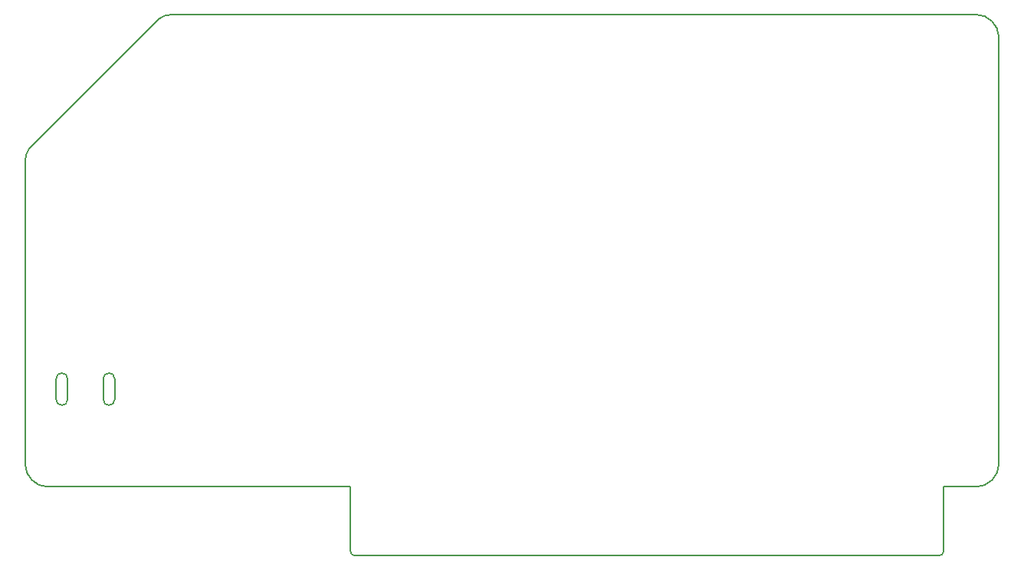
<source format=gm1>
G04 #@! TF.GenerationSoftware,KiCad,Pcbnew,(6.0.2-0)*
G04 #@! TF.CreationDate,2022-08-15T13:28:30-04:00*
G04 #@! TF.ProjectId,TimeMachine,54696d65-4d61-4636-9869-6e652e6b6963,rev?*
G04 #@! TF.SameCoordinates,Original*
G04 #@! TF.FileFunction,Profile,NP*
%FSLAX46Y46*%
G04 Gerber Fmt 4.6, Leading zero omitted, Abs format (unit mm)*
G04 Created by KiCad (PCBNEW (6.0.2-0)) date 2022-08-15 13:28:30*
%MOMM*%
%LPD*%
G01*
G04 APERTURE LIST*
G04 #@! TA.AperFunction,Profile*
%ADD10C,0.150000*%
G04 #@! TD*
G04 APERTURE END LIST*
D10*
X240538000Y-139700000D02*
X176022000Y-139700000D01*
X142113000Y-132080000D02*
X175514000Y-132080000D01*
X247142000Y-129540000D02*
X247142000Y-82423000D01*
X244602000Y-79883000D02*
X155829000Y-79883000D01*
X175514000Y-139192000D02*
G75*
G03*
X176022000Y-139700000I508001J1D01*
G01*
X240538000Y-139700000D02*
G75*
G03*
X241046000Y-139192000I-1J508001D01*
G01*
X175514000Y-132080000D02*
X175514000Y-139192000D01*
X139573000Y-129540000D02*
X139573000Y-96139000D01*
X139573000Y-129540000D02*
G75*
G03*
X142113000Y-132080000I2540001J1D01*
G01*
X244602000Y-132080000D02*
X241046000Y-132080000D01*
X241046000Y-132080000D02*
X241046000Y-139192000D01*
X244602000Y-132080000D02*
G75*
G03*
X247142000Y-129540000I-1J2540001D01*
G01*
X247142000Y-82423000D02*
G75*
G03*
X244602000Y-79883000I-2540001J-1D01*
G01*
X154305000Y-80391000D02*
X140081000Y-94615000D01*
X140081001Y-94614999D02*
G75*
G03*
X139573000Y-96139000I2032004J-1524003D01*
G01*
X155829000Y-79883000D02*
G75*
G03*
X154305000Y-80391000I-3J-2539990D01*
G01*
X144272000Y-120142000D02*
G75*
G03*
X143002000Y-120142000I-635000J0D01*
G01*
X143002000Y-122428000D02*
G75*
G03*
X144272000Y-122428000I635000J0D01*
G01*
X144272000Y-120142000D02*
X144272000Y-122428000D01*
X143002000Y-120142000D02*
X143002000Y-122428000D01*
X148209000Y-120142000D02*
X148209000Y-122428000D01*
X148209000Y-122428000D02*
G75*
G03*
X149479000Y-122428000I635000J0D01*
G01*
X149479000Y-120142000D02*
X149479000Y-122428000D01*
X149479000Y-120142000D02*
G75*
G03*
X148209000Y-120142000I-635000J0D01*
G01*
M02*

</source>
